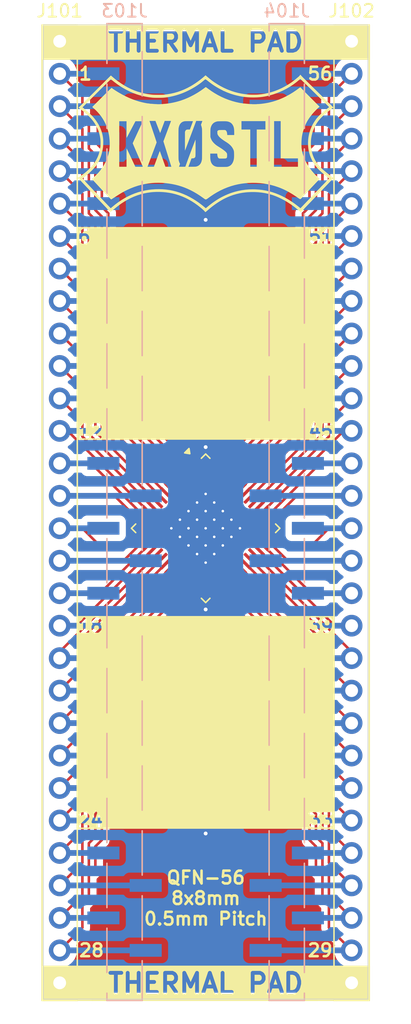
<source format=kicad_pcb>
(kicad_pcb (version 20241229) (generator "pcbnew") (generator_version "9.0")
  (layers (0 "F.Cu" signal) (2 "B.Cu" signal) (13 "F.Paste" user) (15 "B.Paste" user) (5 "F.SilkS" user "F.Silkscreen") (7 "B.SilkS" user "B.Silkscreen") (1 "F.Mask" user) (3 "B.Mask" user) (25 "Edge.Cuts" user))
  (net 0 "")
  (net 1 "/27")
  (net 2 "/10")
  (net 3 "/3")
  (net 4 "/6")
  (net 5 "/8")
  (net 6 "/1")
  (net 7 "/31")
  (net 8 "/7")
  (net 9 "/28")
  (net 10 "/2")
  (net 11 "/32")
  (net 12 "/24")
  (net 13 "/23")
  (net 14 "/19")
  (net 15 "/20")
  (net 16 "/18")
  (net 17 "/9")
  (net 18 "/14")
  (net 19 "/34")
  (net 20 "/26")
  (net 21 "/21")
  (net 22 "/16")
  (net 23 "/29")
  (net 24 "/15")
  (net 25 "/25")
  (net 26 "/30")
  (net 27 "/33")
  (net 28 "/17")
  (net 29 "/5")
  (net 30 "/4")
  (net 31 "/13")
  (net 32 "/12")
  (net 33 "/11")
  (net 34 "/22")
  (net 35 "/43")
  (net 36 "/40")
  (net 37 "/41")
  (net 38 "/48")
  (net 39 "/35")
  (net 40 "/37")
  (net 41 "/49")
  (net 42 "/45")
  (net 43 "/47")
  (net 44 "/39")
  (net 45 "/46")
  (net 46 "/44")
  (net 47 "/42")
  (net 48 "/38")
  (net 49 "/36")
  (net 50 "/57")
  (net 51 "/52")
  (net 52 "/54")
  (net 53 "/56")
  (net 54 "/55")
  (net 55 "/51")
  (net 56 "/53")
  (net 57 "/50")
  (footprint "Package_DFN_QFN:QFN-56-1EP_8x8mm_P0.5mm_EP4.3x4.3mm_ThermalVias" (layer "F.Cu") (at 138.43 121.92 -45)
    (property "Reference" "U101" (hide yes))
    (property "Value" "QFN-48")
  )
  (footprint "libraries:LogoSmall" (layer "F.Cu") (at 138.430934 91.818409)
    (property "Reference" "G***" (hide yes))
    (property "Value" "LOGO" (hide yes))
  )
  (footprint "Connector_PinHeader_2.54mm:PinHeader_1x30_P2.54mm_Vertical" (layer "F.Cu") (at 127 83.82)
    (property "Reference" "J101")
    (property "Value" "Conn_01x26")
  )
  (footprint "Connector_PinHeader_2.54mm:PinHeader_1x30_P2.54mm_Vertical" (layer "F.Cu") (at 149.86 83.82)
    (property "Reference" "J102")
    (property "Value" "Conn_01x26")
  )
  (footprint "Connector_PinHeader_2.54mm:PinHeader_1x30_P2.54mm_Vertical_SMD_Pin1Left" (layer "B.Cu") (at 132.08 120.65 180)
    (property "Reference" "J103")
    (property "Value" "Conn_01x26")
  )
  (footprint "Connector_PinHeader_2.54mm:PinHeader_1x30_P2.54mm_Vertical_SMD_Pin1Right" (layer "B.Cu") (at 144.78 120.65 180)
    (property "Reference" "J104")
    (property "Value" "Conn_01x26")
  )
  (gr_rect (start 125.615383 156.185374) (end 130.695383 158.852624) (stroke (width 0.1)) (fill yes) (layer "F.SilkS"))
  (gr_rect (start 130.369738 101.177643) (end 146.465738 114.944643) (stroke (width 0.1)) (fill yes) (layer "F.SilkS"))
  (gr_rect (start 128.409383 130.242) (end 148.475383 143.988) (stroke (width 0.1)) (fill yes) (layer "F.SilkS"))
  (gr_rect (start 130.382133 84.812138) (end 146.180883 85.218538) (stroke (width 0.1)) (fill yes) (layer "F.SilkS"))
  (gr_rect (start 146.053883 156.185374) (end 151.252383 158.852624) (stroke (width 0.1)) (fill yes) (layer "F.SilkS"))
  (gr_rect (start 129.797883 82.551288) (end 146.739633 82.779888) (stroke (width 0.1)) (fill yes) (layer "F.SilkS"))
  (gr_rect (start 130.432883 156.185374) (end 146.485633 156.413724) (stroke (width 0.1)) (fill yes) (layer "F.SilkS"))
  (gr_rect (start 129.493133 158.446224) (end 147.196883 158.852624) (stroke (width 0.1)) (fill yes) (layer "F.SilkS"))
  (gr_rect (start 129.399383 98.401288) (end 146.495383 107.088288) (stroke (width 0.1)) (fill yes) (layer "F.SilkS"))
  (gr_rect (start 130.374383 128.833) (end 146.430383 134.98) (stroke (width 0.1)) (fill yes) (layer "F.SilkS"))
  (gr_rect (start 128.409383 99.779288) (end 148.475383 113.546288) (stroke (width 0.1)) (fill yes) (layer "F.SilkS"))
  (gr_rect (start 125.615383 82.551288) (end 130.695383 85.218538) (stroke (width 0.1)) (fill yes) (layer "F.SilkS"))
  (gr_rect (start 130.420624 136.69101) (end 146.476624 145.37801) (stroke (width 0.1)) (fill yes) (layer "F.SilkS"))
  (gr_rect (start 146.066633 82.551288) (end 151.252383 85.218538) (stroke (width 0.1)) (fill yes) (layer "F.SilkS"))
  (gr_rect (start 125.73 82.55) (end 151.13 158.75) (stroke (width 0.05)) (fill no) (layer "Edge.Cuts"))
  (gr_text "39" (at 148.544598 129.544097 0) (layer "F.SilkS" knockout) (effects (font (size 1 1) (thickness 0.2) (bold yes)) (justify right)))
  (gr_text "56" (at 148.475383 86.361288 0) (layer "F.SilkS") (effects (font (size 1 1) (thickness 0.2) (bold yes)) (justify right)))
  (gr_text "29" (at 148.475383 154.94 0) (layer "F.SilkS") (effects (font (size 1 1) (thickness 0.2) (bold yes)) (justify right)))
  (gr_text "12" (at 128.332383 114.331288 0) (layer "F.SilkS" knockout) (effects (font (size 1 1) (thickness 0.2) (bold yes)) (justify left)))
  (gr_text "QFN-56\n8x8mm\n0.5mm Pitch" (at 138.442383 153.055636 0) (layer "F.SilkS") (effects (font (size 1 1) (thickness 0.2) (bold yes)) (justify bottom)))
  (gr_text "51" (at 148.552383 99.10889 0) (layer "F.SilkS" knockout) (effects (font (size 1 1) (thickness 0.2) (bold yes)) (justify right)))
  (gr_text "33" (at 148.562826 144.776461 0) (layer "F.SilkS" knockout) (effects (font (size 1 1) (thickness 0.2) (bold yes)) (justify right)))
  (gr_text "18" (at 128.322383 129.54 0) (layer "F.SilkS" knockout) (effects (font (size 1 1) (thickness 0.2) (bold yes)) (justify left)))
  (gr_text "THERMAL PAD" (at 138.433883 157.518999 0) (layer "F.SilkS" knockout) (effects (font (size 1.5 1.5) (thickness 0.3))))
  (gr_text "24" (at 128.324433 144.78 0) (layer "F.SilkS" knockout) (effects (font (size 1 1) (thickness 0.2) (bold yes)) (justify left)))
  (gr_text "THERMAL PAD" (at 138.433883 83.884913 0) (layer "F.SilkS" knockout) (effects (font (size 1.5 1.5) (thickness 0.3))))
  (gr_text "6" (at 128.312383 99.111288 0) (layer "F.SilkS" knockout) (effects (font (size 1 1) (thickness 0.2) (bold yes)) (justify left)))
  (gr_text "45" (at 148.538176 114.331288 0) (layer "F.SilkS" knockout) (effects (font (size 1 1) (thickness 0.2) (bold yes)) (justify right)))
  (gr_text "1" (at 128.409383 86.361288 0) (layer "F.SilkS") (effects (font (size 1 1) (thickness 0.2) (bold yes)) (justify left)))
  (gr_text "28" (at 128.409383 154.94 0) (layer "F.SilkS") (effects (font (size 1 1) (thickness 0.2) (bold yes)) (justify left)))
  (segment (start 132.334 131.905087) (end 132.334 134.62) (width 0.2) (layer "F.Cu") (net 1))
  (segment (start 129.794 146.05) (end 129.286 146.558) (width 0.2) (layer "F.Cu") (net 1))
  (segment (start 131.318 139.192) (end 130.81 139.7) (width 0.2) (layer "F.Cu") (net 1))
  (segment (start 130.81 141.478) (end 130.302 141.986) (width 0.2) (layer "F.Cu") (net 1))
  (segment (start 132.334 134.62) (end 131.826 135.128) (width 0.2) (layer "F.Cu") (net 1))
  (segment (start 131.318 137.414) (end 131.318 139.192) (width 0.2) (layer "F.Cu") (net 1))
  (segment (start 130.302 143.764) (end 129.794 144.272) (width 0.2) (layer "F.Cu") (net 1))
  (segment (start 131.826 136.906) (end 131.318 137.414) (width 0.2) (layer "F.Cu") (net 1))
  (segment (start 128.778 148.844) (end 128.778 150.622) (width 0.2) (layer "F.Cu") (net 1))
  (segment (start 131.826 135.128) (end 131.826 136.906) (width 0.2) (layer "F.Cu") (net 1))
  (segment (start 130.302 141.986) (end 130.302 143.764) (width 0.2) (layer "F.Cu") (net 1))
  (segment (start 130.81 139.7) (end 130.81 141.478) (width 0.2) (layer "F.Cu") (net 1))
  (segment (start 129.286 146.558) (end 129.286 148.336) (width 0.2) (layer "F.Cu") (net 1))
  (segment (start 128.778 150.622) (end 127 152.4) (width 0.2) (layer "F.Cu") (net 1))
  (segment (start 129.794 144.272) (end 129.794 146.05) (width 0.2) (layer "F.Cu") (net 1))
  (segment (start 137.448889 126.790198) (end 132.334 131.905087) (width 0.2) (layer "F.Cu") (net 1))
  (segment (start 129.286 148.336) (end 128.778 148.844) (width 0.2) (layer "F.Cu") (net 1))
  (segment (start 130.425 152.4) (end 127 152.4) (width 0.45) (layer "B.Cu") (net 1))
  (segment (start 129.286 114.543767) (end 129.286 113.284) (width 0.2) (layer "F.Cu") (net 2))
  (segment (start 128.778 110.998) (end 127 109.22) (width 0.2) (layer "F.Cu") (net 2))
  (segment (start 128.778 112.776) (end 128.778 110.998) (width 0.2) (layer "F.Cu") (net 2))
  (segment (start 134.620463 119.87823) (end 129.286 114.543767) (width 0.2) (layer "F.Cu") (net 2))
  (segment (start 129.286 113.284) (end 128.778 112.776) (width 0.2) (layer "F.Cu") (net 2))
  (segment (start 133.735 109.22) (end 127 109.22) (width 0.45) (layer "B.Cu") (net 2))
  (segment (start 130.302 100.076) (end 129.794 99.568) (width 0.2) (layer "F.Cu") (net 3))
  (segment (start 129.286 95.504) (end 128.778 94.996) (width 0.2) (layer "F.Cu") (net 3))
  (segment (start 129.794 97.79) (end 129.286 97.282) (width 0.2) (layer "F.Cu") (net 3))
  (segment (start 130.81 104.14) (end 130.81 102.362) (width 0.2) (layer "F.Cu") (net 3))
  (segment (start 128.778 93.218) (end 127 91.44) (width 0.2) (layer "F.Cu") (net 3))
  (segment (start 131.318 104.648) (end 130.81 104.14) (width 0.2) (layer "F.Cu") (net 3))
  (segment (start 132.334 109.22) (end 131.826 108.712) (width 0.2) (layer "F.Cu") (net 3))
  (segment (start 129.794 99.568) (end 129.794 97.79) (width 0.2) (layer "F.Cu") (net 3))
  (segment (start 129.286 97.282) (end 129.286 95.504) (width 0.2) (layer "F.Cu") (net 3))
  (segment (start 132.334 110.998) (end 132.334 109.22) (width 0.2) (layer "F.Cu") (net 3))
  (segment (start 131.826 108.712) (end 131.826 106.934) (width 0.2) (layer "F.Cu") (net 3))
  (segment (start 130.302 101.854) (end 130.302 100.076) (width 0.2) (layer "F.Cu") (net 3))
  (segment (start 130.81 102.362) (end 130.302 101.854) (width 0.2) (layer "F.Cu") (net 3))
  (segment (start 128.778 94.996) (end 128.778 93.218) (width 0.2) (layer "F.Cu") (net 3))
  (segment (start 131.318 106.426) (end 131.318 104.648) (width 0.2) (layer "F.Cu") (net 3))
  (segment (start 132.842 111.506) (end 132.334 110.998) (width 0.2) (layer "F.Cu") (net 3))
  (segment (start 137.095336 117.403355) (end 132.842 113.150019) (width 0.2) (layer "F.Cu") (net 3))
  (segment (start 131.826 106.934) (end 131.318 106.426) (width 0.2) (layer "F.Cu") (net 3))
  (segment (start 132.842 113.150019) (end 132.842 111.506) (width 0.2) (layer "F.Cu") (net 3))
  (segment (start 127 91.44) (end 130.425 91.44) (width 0.45) (layer "B.Cu") (net 3))
  (segment (start 131.318 113.74734) (end 131.318 112.268) (width 0.2) (layer "F.Cu") (net 4))
  (segment (start 129.794 107.188) (end 129.794 105.41) (width 0.2) (layer "F.Cu") (net 4))
  (segment (start 129.286 103.124) (end 128.778 102.616) (width 0.2) (layer "F.Cu") (net 4))
  (segment (start 130.81 111.76) (end 130.81 109.982) (width 0.2) (layer "F.Cu") (net 4))
  (segment (start 128.778 100.838) (end 127 99.06) (width 0.2) (layer "F.Cu") (net 4))
  (segment (start 130.302 107.696) (end 129.794 107.188) (width 0.2) (layer "F.Cu") (net 4))
  (segment (start 129.794 105.41) (end 129.286 104.902) (width 0.2) (layer "F.Cu") (net 4))
  (segment (start 136.034676 118.464016) (end 131.318 113.74734) (width 0.2) (layer "F.Cu") (net 4))
  (segment (start 130.81 109.982) (end 130.302 109.474) (width 0.2) (layer "F.Cu") (net 4))
  (segment (start 131.318 112.268) (end 130.81 111.76) (width 0.2) (layer "F.Cu") (net 4))
  (segment (start 130.302 109.474) (end 130.302 107.696) (width 0.2) (layer "F.Cu") (net 4))
  (segment (start 128.778 102.616) (end 128.778 100.838) (width 0.2) (layer "F.Cu") (net 4))
  (segment (start 129.286 104.902) (end 129.286 103.124) (width 0.2) (layer "F.Cu") (net 4))
  (segment (start 133.735 99.06) (end 127 99.06) (width 0.45) (layer "B.Cu") (net 4))
  (segment (start 135.327569 119.171122) (end 130.302 114.145553) (width 0.2) (layer "F.Cu") (net 5))
  (segment (start 128.778 107.696) (end 128.778 105.918) (width 0.2) (layer "F.Cu") (net 5))
  (segment (start 128.778 105.918) (end 127 104.14) (width 0.2) (layer "F.Cu") (net 5))
  (segment (start 130.302 114.145553) (end 130.302 112.776) (width 0.2) (layer "F.Cu") (net 5))
  (segment (start 129.286 109.982) (end 129.286 108.204) (width 0.2) (layer "F.Cu") (net 5))
  (segment (start 129.794 110.49) (end 129.286 109.982) (width 0.2) (layer "F.Cu") (net 5))
  (segment (start 130.302 112.776) (end 129.794 112.268) (width 0.2) (layer "F.Cu") (net 5))
  (segment (start 129.286 108.204) (end 128.778 107.696) (width 0.2) (layer "F.Cu") (net 5))
  (segment (start 129.794 112.268) (end 129.794 110.49) (width 0.2) (layer "F.Cu") (net 5))
  (segment (start 133.735 104.14) (end 127 104.14) (width 0.45) (layer "B.Cu") (net 5))
  (segment (start 130.81 99.06) (end 130.81 97.282) (width 0.2) (layer "F.Cu") (net 6))
  (segment (start 128.778 89.916) (end 128.778 88.138) (width 0.2) (layer "F.Cu") (net 6))
  (segment (start 130.81 97.282) (end 130.302 96.774) (width 0.2) (layer "F.Cu") (net 6))
  (segment (start 133.858 112.751806) (end 133.858 110.998) (width 0.2) (layer "F.Cu") (net 6))
  (segment (start 130.302 96.774) (end 130.302 94.996) (width 0.2) (layer "F.Cu") (net 6))
  (segment (start 133.35 110.49) (end 133.35 108.712) (width 0.2) (layer "F.Cu") (net 6))
  (segment (start 128.778 88.138) (end 127 86.36) (width 0.2) (layer "F.Cu") (net 6))
  (segment (start 130.302 94.996) (end 129.794 94.488) (width 0.2) (layer "F.Cu") (net 6))
  (segment (start 129.794 92.71) (end 129.286 92.202) (width 0.2) (layer "F.Cu") (net 6))
  (segment (start 129.286 92.202) (end 129.286 90.424) (width 0.2) (layer "F.Cu") (net 6))
  (segment (start 129.794 94.488) (end 129.794 92.71) (width 0.2) (layer "F.Cu") (net 6))
  (segment (start 131.826 101.854) (end 131.318 101.346) (width 0.2) (layer "F.Cu") (net 6))
  (segment (start 137.802443 116.696249) (end 133.858 112.751806) (width 0.2) (layer "F.Cu") (net 6))
  (segment (start 133.35 108.712) (end 132.842 108.204) (width 0.2) (layer "F.Cu") (net 6))
  (segment (start 131.318 101.346) (end 131.318 99.568) (width 0.2) (layer "F.Cu") (net 6))
  (segment (start 132.334 105.918) (end 132.334 104.14) (width 0.2) (layer "F.Cu") (net 6))
  (segment (start 132.842 106.426) (end 132.334 105.918) (width 0.2) (layer "F.Cu") (net 6))
  (segment (start 131.826 103.632) (end 131.826 101.854) (width 0.2) (layer "F.Cu") (net 6))
  (segment (start 129.286 90.424) (end 128.778 89.916) (width 0.2) (layer "F.Cu") (net 6))
  (segment (start 133.858 110.998) (end 133.35 110.49) (width 0.2) (layer "F.Cu") (net 6))
  (segment (start 132.842 108.204) (end 132.842 106.426) (width 0.2) (layer "F.Cu") (net 6))
  (segment (start 131.318 99.568) (end 130.81 99.06) (width 0.2) (layer "F.Cu") (net 6))
  (segment (start 132.334 104.14) (end 131.826 103.632) (width 0.2) (layer "F.Cu") (net 6))
  (segment (start 127 86.36) (end 130.425 86.36) (width 0.45) (layer "B.Cu") (net 6))
  (segment (start 146.05 137.16) (end 146.05 138.938) (width 0.2) (layer "F.Cu") (net 7))
  (segment (start 145.034 134.366) (end 145.542 134.874) (width 0.2) (layer "F.Cu") (net 7))
  (segment (start 139.764664 126.436645) (end 145.034 131.705981) (width 0.2) (layer "F.Cu") (net 7))
  (segment (start 146.558 141.224) (end 147.066 141.732) (width 0.2) (layer "F.Cu") (net 7))
  (segment (start 148.082 148.082) (end 149.86 149.86) (width 0.2) (layer "F.Cu") (net 7))
  (segment (start 147.066 141.732) (end 147.066 143.51) (width 0.2) (layer "F.Cu") (net 7))
  (segment (start 146.05 138.938) (end 146.558 139.446) (width 0.2) (layer "F.Cu") (net 7))
  (segment (start 145.542 136.652) (end 146.05 137.16) (width 0.2) (layer "F.Cu") (net 7))
  (segment (start 147.574 144.018) (end 147.574 145.796) (width 0.2) (layer "F.Cu") (net 7))
  (segment (start 145.542 134.874) (end 145.542 136.652) (width 0.2) (layer "F.Cu") (net 7))
  (segment (start 147.066 143.51) (end 147.574 144.018) (width 0.2) (layer "F.Cu") (net 7))
  (segment (start 148.082 146.304) (end 148.082 148.082) (width 0.2) (layer "F.Cu") (net 7))
  (segment (start 145.034 131.705981) (end 145.034 134.366) (width 0.2) (layer "F.Cu") (net 7))
  (segment (start 147.574 145.796) (end 148.082 146.304) (width 0.2) (layer "F.Cu") (net 7))
  (segment (start 146.558 139.446) (end 146.558 141.224) (width 0.2) (layer "F.Cu") (net 7))
  (segment (start 143.125 149.86) (end 149.86 149.86) (width 0.45) (layer "B.Cu") (net 7))
  (segment (start 129.794 107.95) (end 129.286 107.442) (width 0.2) (layer "F.Cu") (net 8))
  (segment (start 130.81 112.522) (end 130.302 112.014) (width 0.2) (layer "F.Cu") (net 8))
  (segment (start 130.302 110.236) (end 129.794 109.728) (width 0.2) (layer "F.Cu") (net 8))
  (segment (start 130.302 112.014) (end 130.302 110.236) (width 0.2) (layer "F.Cu") (net 8))
  (segment (start 135.681122 118.817569) (end 130.81 113.946447) (width 0.2) (layer "F.Cu") (net 8))
  (segment (start 129.286 105.664) (end 128.778 105.156) (width 0.2) (layer "F.Cu") (net 8))
  (segment (start 128.778 103.378) (end 127 101.6) (width 0.2) (layer "F.Cu") (net 8))
  (segment (start 129.286 107.442) (end 129.286 105.664) (width 0.2) (layer "F.Cu") (net 8))
  (segment (start 129.794 109.728) (end 129.794 107.95) (width 0.2) (layer "F.Cu") (net 8))
  (segment (start 128.778 105.156) (end 128.778 103.378) (width 0.2) (layer "F.Cu") (net 8))
  (segment (start 130.81 113.946447) (end 130.81 112.522) (width 0.2) (layer "F.Cu") (net 8))
  (segment (start 127 101.6) (end 130.425 101.6) (width 0.45) (layer "B.Cu") (net 8))
  (segment (start 130.81 142.24) (end 130.81 144.018) (width 0.2) (layer "F.Cu") (net 9))
  (segment (start 129.794 148.59) (end 129.286 149.098) (width 0.2) (layer "F.Cu") (net 9))
  (segment (start 132.842 132.104194) (end 132.842 134.874) (width 0.2) (layer "F.Cu") (net 9))
  (segment (start 130.302 146.304) (end 129.794 146.812) (width 0.2) (layer "F.Cu") (net 9))
  (segment (start 130.81 144.018) (end 130.302 144.526) (width 0.2) (layer "F.Cu") (net 9))
  (segment (start 131.318 139.954) (end 131.318 141.732) (width 0.2) (layer "F.Cu") (net 9))
  (segment (start 131.826 139.446) (end 131.318 139.954) (width 0.2) (layer "F.Cu") (net 9))
  (segment (start 128.778 151.384) (end 128.778 153.162) (width 0.2) (layer "F.Cu") (net 9))
  (segment (start 128.778 153.162) (end 127 154.94) (width 0.2) (layer "F.Cu") (net 9))
  (segment (start 132.334 135.382) (end 132.334 137.16) (width 0.2) (layer "F.Cu") (net 9))
  (segment (start 130.302 144.526) (end 130.302 146.304) (width 0.2) (layer "F.Cu") (net 9))
  (segment (start 129.794 146.812) (end 129.794 148.59) (width 0.2) (layer "F.Cu") (net 9))
  (segment (start 137.802443 127.143751) (end 132.842 132.104194) (width 0.2) (layer "F.Cu") (net 9))
  (segment (start 132.842 134.874) (end 132.334 135.382) (width 0.2) (layer "F.Cu") (net 9))
  (segment (start 129.286 149.098) (end 129.286 150.876) (width 0.2) (layer "F.Cu") (net 9))
  (segment (start 131.826 137.668) (end 131.826 139.446) (width 0.2) (layer "F.Cu") (net 9))
  (segment (start 132.334 137.16) (end 131.826 137.668) (width 0.2) (layer "F.Cu") (net 9))
  (segment (start 129.286 150.876) (end 128.778 151.384) (width 0.2) (layer "F.Cu") (net 9))
  (segment (start 131.318 141.732) (end 130.81 142.24) (width 0.2) (layer "F.Cu") (net 9))
  (segment (start 127 154.94) (end 133.735 154.94) (width 0.45) (layer "B.Cu") (net 9))
  (segment (start 131.826 104.394) (end 131.318 103.886) (width 0.2) (layer "F.Cu") (net 10))
  (segment (start 131.318 103.886) (end 131.318 102.108) (width 0.2) (layer "F.Cu") (net 10))
  (segment (start 129.794 97.028) (end 129.794 95.25) (width 0.2) (layer "F.Cu") (net 10))
  (segment (start 132.842 110.744) (end 132.842 108.966) (width 0.2) (layer "F.Cu") (net 10))
  (segment (start 130.302 97.536) (end 129.794 97.028) (width 0.2) (layer "F.Cu") (net 10))
  (segment (start 130.81 101.6) (end 130.81 99.822) (width 0.2) (layer "F.Cu") (net 10))
  (segment (start 128.778 90.678) (end 127 88.9) (width 0.2) (layer "F.Cu") (net 10))
  (segment (start 137.448889 117.049802) (end 133.35 112.950913) (width 0.2) (layer "F.Cu") (net 10))
  (segment (start 129.794 95.25) (end 129.286 94.742) (width 0.2) (layer "F.Cu") (net 10))
  (segment (start 133.35 112.950913) (end 133.35 111.252) (width 0.2) (layer "F.Cu") (net 10))
  (segment (start 131.826 106.172) (end 131.826 104.394) (width 0.2) (layer "F.Cu") (net 10))
  (segment (start 131.318 102.108) (end 130.81 101.6) (width 0.2) (layer "F.Cu") (net 10))
  (segment (start 130.81 99.822) (end 130.302 99.314) (width 0.2) (layer "F.Cu") (net 10))
  (segment (start 132.842 108.966) (end 132.334 108.458) (width 0.2) (layer "F.Cu") (net 10))
  (segment (start 130.302 99.314) (end 130.302 97.536) (width 0.2) (layer "F.Cu") (net 10))
  (segment (start 133.35 111.252) (end 132.842 110.744) (width 0.2) (layer "F.Cu") (net 10))
  (segment (start 132.334 106.68) (end 131.826 106.172) (width 0.2) (layer "F.Cu") (net 10))
  (segment (start 132.334 108.458) (end 132.334 106.68) (width 0.2) (layer "F.Cu") (net 10))
  (segment (start 128.778 92.456) (end 128.778 90.678) (width 0.2) (layer "F.Cu") (net 10))
  (segment (start 129.286 92.964) (end 128.778 92.456) (width 0.2) (layer "F.Cu") (net 10))
  (segment (start 129.286 94.742) (end 129.286 92.964) (width 0.2) (layer "F.Cu") (net 10))
  (segment (start 133.735 88.9) (end 127 88.9) (width 0.45) (layer "B.Cu") (net 10))
  (segment (start 147.066 140.97) (end 147.574 141.478) (width 0.2) (layer "F.Cu") (net 11))
  (segment (start 147.574 141.478) (end 147.574 143.256) (width 0.2) (layer "F.Cu") (net 11))
  (segment (start 148.082 145.542) (end 149.86 147.32) (width 0.2) (layer "F.Cu") (net 11))
  (segment (start 148.082 143.764) (end 148.082 145.542) (width 0.2) (layer "F.Cu") (net 11))
  (segment (start 146.558 138.684) (end 147.066 139.192) (width 0.2) (layer "F.Cu") (net 11))
  (segment (start 146.05 136.398) (end 146.558 136.906) (width 0.2) (layer "F.Cu") (net 11))
  (segment (start 147.066 139.192) (end 147.066 140.97) (width 0.2) (layer "F.Cu") (net 11))
  (segment (start 145.542 131.506874) (end 145.542 134.112) (width 0.2) (layer "F.Cu") (net 11))
  (segment (start 147.574 143.256) (end 148.082 143.764) (width 0.2) (layer "F.Cu") (net 11))
  (segment (start 146.05 134.62) (end 146.05 136.398) (width 0.2) (layer "F.Cu") (net 11))
  (segment (start 146.558 136.906) (end 146.558 138.684) (width 0.2) (layer "F.Cu") (net 11))
  (segment (start 145.542 134.112) (end 146.05 134.62) (width 0.2) (layer "F.Cu") (net 11))
  (segment (start 140.118217 126.083091) (end 145.542 131.506874) (width 0.2) (layer "F.Cu") (net 11))
  (segment (start 149.86 147.32) (end 146.435 147.32) (width 0.45) (layer "B.Cu") (net 11))
  (segment (start 130.302 134.366) (end 130.302 136.144) (width 0.2) (layer "F.Cu") (net 12))
  (segment (start 128.778 143.002) (end 127 144.78) (width 0.2) (layer "F.Cu") (net 12))
  (segment (start 129.286 140.716) (end 128.778 141.224) (width 0.2) (layer "F.Cu") (net 12))
  (segment (start 136.38823 125.729537) (end 130.81 131.307767) (width 0.2) (layer "F.Cu") (net 12))
  (segment (start 129.794 136.652) (end 129.794 138.43) (width 0.2) (layer "F.Cu") (net 12))
  (segment (start 129.286 138.938) (end 129.286 140.716) (width 0.2) (layer "F.Cu") (net 12))
  (segment (start 130.302 136.144) (end 129.794 136.652) (width 0.2) (layer "F.Cu") (net 12))
  (segment (start 129.794 138.43) (end 129.286 138.938) (width 0.2) (layer "F.Cu") (net 12))
  (segment (start 130.81 131.307767) (end 130.81 133.858) (width 0.2) (layer "F.Cu") (net 12))
  (segment (start 130.81 133.858) (end 130.302 134.366) (width 0.2) (layer "F.Cu") (net 12))
  (segment (start 128.778 141.224) (end 128.778 143.002) (width 0.2) (layer "F.Cu") (net 12))
  (segment (start 133.735 144.78) (end 127 144.78) (width 0.45) (layer "B.Cu") (net 12))
  (segment (start 128.778 138.684) (end 128.778 140.462) (width 0.2) (layer "F.Cu") (net 13))
  (segment (start 130.302 131.10866) (end 130.302 133.604) (width 0.2) (layer "F.Cu") (net 13))
  (segment (start 129.794 134.112) (end 129.794 135.89) (width 0.2) (layer "F.Cu") (net 13))
  (segment (start 130.302 133.604) (end 129.794 134.112) (width 0.2) (layer "F.Cu") (net 13))
  (segment (start 128.778 140.462) (end 127 142.24) (width 0.2) (layer "F.Cu") (net 13))
  (segment (start 136.034676 125.375984) (end 130.302 131.10866) (width 0.2) (layer "F.Cu") (net 13))
  (segment (start 129.794 135.89) (end 129.286 136.398) (width 0.2) (layer "F.Cu") (net 13))
  (segment (start 129.286 138.176) (end 128.778 138.684) (width 0.2) (layer "F.Cu") (net 13))
  (segment (start 129.286 136.398) (end 129.286 138.176) (width 0.2) (layer "F.Cu") (net 13))
  (segment (start 127 142.24) (end 130.425 142.24) (width 0.45) (layer "B.Cu") (net 13))
  (segment (start 127 131.582233) (end 127 132.08) (width 0.2) (layer "F.Cu") (net 14))
  (segment (start 134.620463 123.96177) (end 127 131.582233) (width 0.2) (layer "F.Cu") (net 14))
  (segment (start 127 132.08) (end 130.425 132.08) (width 0.45) (layer "B.Cu") (net 14))
  (segment (start 134.974016 124.315324) (end 128.778 130.51134) (width 0.2) (layer "F.Cu") (net 15))
  (segment (start 128.778 132.842) (end 127 134.62) (width 0.2) (layer "F.Cu") (net 15))
  (segment (start 128.778 130.51134) (end 128.778 132.842) (width 0.2) (layer "F.Cu") (net 15))
  (segment (start 133.735 134.62) (end 127 134.62) (width 0.45) (layer "B.Cu") (net 15))
  (segment (start 128.335126 129.54) (end 127 129.54) (width 0.2) (layer "F.Cu") (net 16))
  (segment (start 134.266909 123.608217) (end 128.335126 129.54) (width 0.2) (layer "F.Cu") (net 16))
  (segment (start 133.735 129.54) (end 127 129.54) (width 0.45) (layer "B.Cu") (net 16))
  (segment (start 134.974016 119.524676) (end 129.794 114.34466) (width 0.2) (layer "F.Cu") (net 17))
  (segment (start 128.778 108.458) (end 127 106.68) (width 0.2) (layer "F.Cu") (net 17))
  (segment (start 129.794 114.34466) (end 129.794 113.03) (width 0.2) (layer "F.Cu") (net 17))
  (segment (start 129.286 112.522) (end 129.286 110.744) (width 0.2) (layer "F.Cu") (net 17))
  (segment (start 128.778 110.236) (end 128.778 108.458) (width 0.2) (layer "F.Cu") (net 17))
  (segment (start 129.794 113.03) (end 129.286 112.522) (width 0.2) (layer "F.Cu") (net 17))
  (segment (start 129.286 110.744) (end 128.778 110.236) (width 0.2) (layer "F.Cu") (net 17))
  (segment (start 127 106.68) (end 130.425 106.68) (width 0.45) (layer "B.Cu") (net 17))
  (segment (start 131.293806 119.38) (end 127 119.38) (width 0.2) (layer "F.Cu") (net 18))
  (segment (start 133.206249 121.292443) (end 131.293806 119.38) (width 0.2) (layer "F.Cu") (net 18))
  (segment (start 133.735 119.38) (end 127 119.38) (width 0.45) (layer "B.Cu") (net 18))
  (segment (start 146.558 131.10866) (end 146.558 133.604) (width 0.2) (layer "F.Cu") (net 19))
  (segment (start 147.574 136.398) (end 147.574 138.176) (width 0.2) (layer "F.Cu") (net 19))
  (segment (start 146.558 133.604) (end 147.066 134.112) (width 0.2) (layer "F.Cu") (net 19))
  (segment (start 147.066 135.89) (end 147.574 136.398) (width 0.2) (layer "F.Cu") (net 19))
  (segment (start 147.574 138.176) (end 148.082 138.684) (width 0.2) (layer "F.Cu") (net 19))
  (segment (start 140.825324 125.375984) (end 146.558 131.10866) (width 0.2) (layer "F.Cu") (net 19))
  (segment (start 148.082 138.684) (end 148.082 140.462) (width 0.2) (layer "F.Cu") (net 19))
  (segment (start 147.066 134.112) (end 147.066 135.89) (width 0.2) (layer "F.Cu") (net 19))
  (segment (start 148.082 140.462) (end 149.86 142.24) (width 0.2) (layer "F.Cu") (net 19))
  (segment (start 149.86 142.24) (end 146.435 142.24) (width 0.45) (layer "B.Cu") (net 19))
  (segment (start 131.318 136.652) (end 130.81 137.16) (width 0.2) (layer "F.Cu") (net 20))
  (segment (start 130.302 141.224) (end 129.794 141.732) (width 0.2) (layer "F.Cu") (net 20))
  (segment (start 129.286 144.018) (end 129.286 145.796) (width 0.2) (layer "F.Cu") (net 20))
  (segment (start 130.302 139.446) (end 130.302 141.224) (width 0.2) (layer "F.Cu") (net 20))
  (segment (start 129.794 141.732) (end 129.794 143.51) (width 0.2) (layer "F.Cu") (net 20))
  (segment (start 131.826 134.366) (end 131.318 134.874) (width 0.2) (layer "F.Cu") (net 20))
  (segment (start 129.286 145.796) (end 128.778 146.304) (width 0.2) (layer "F.Cu") (net 20))
  (segment (start 128.778 146.304) (end 128.778 148.082) (width 0.2) (layer "F.Cu") (net 20))
  (segment (start 128.778 148.082) (end 127 149.86) (width 0.2) (layer "F.Cu") (net 20))
  (segment (start 129.794 143.51) (end 129.286 144.018) (width 0.2) (layer "F.Cu") (net 20))
  (segment (start 130.81 138.938) (end 130.302 139.446) (width 0.2) (layer "F.Cu") (net 20))
  (segment (start 130.81 137.16) (end 130.81 138.938) (width 0.2) (layer "F.Cu") (net 20))
  (segment (start 131.826 131.705981) (end 131.826 134.366) (width 0.2) (layer "F.Cu") (net 20))
  (segment (start 137.095336 126.436645) (end 131.826 131.705981) (width 0.2) (layer "F.Cu") (net 20))
  (segment (start 131.318 134.874) (end 131.318 136.652) (width 0.2) (layer "F.Cu") (net 20))
  (segment (start 127 149.86) (end 133.735 149.86) (width 0.45) (layer "B.Cu") (net 20))
  (segment (start 129.286 130.710447) (end 129.286 133.096) (width 0.2) (layer "F.Cu") (net 21))
  (segment (start 129.286 133.096) (end 128.778 133.604) (width 0.2) (layer "F.Cu") (net 21))
  (segment (start 128.778 135.382) (end 127 137.16) (width 0.2) (layer "F.Cu") (net 21))
  (segment (start 128.778 133.604) (end 128.778 135.382) (width 0.2) (layer "F.Cu") (net 21))
  (segment (start 135.327569 124.668878) (end 129.286 130.710447) (width 0.2) (layer "F.Cu") (net 21))
  (segment (start 127 137.16) (end 130.425 137.16) (width 0.45) (layer "B.Cu") (net 21))
  (segment (start 132.000913 124.46) (end 127 124.46) (width 0.2) (layer "F.Cu") (net 22))
  (segment (start 133.559802 122.901111) (end 132.000913 124.46) (width 0.2) (layer "F.Cu") (net 22))
  (segment (start 133.735 124.46) (end 127 124.46) (width 0.45) (layer "B.Cu") (net 22))
  (segment (start 146.05 142.24) (end 146.05 144.018) (width 0.2) (layer "F.Cu") (net 23))
  (segment (start 144.526 135.382) (end 144.526 137.16) (width 0.2) (layer "F.Cu") (net 23))
  (segment (start 147.066 146.812) (end 147.066 148.59) (width 0.2) (layer "F.Cu") (net 23))
  (segment (start 147.574 150.876) (end 148.082 151.384) (width 0.2) (layer "F.Cu") (net 23))
  (segment (start 139.057557 127.143751) (end 144.018 132.104194) (width 0.2) (layer "F.Cu") (net 23))
  (segment (start 145.542 141.732) (end 146.05 142.24) (width 0.2) (layer "F.Cu") (net 23))
  (segment (start 147.574 149.098) (end 147.574 150.876) (width 0.2) (layer "F.Cu") (net 23))
  (segment (start 144.018 134.874) (end 144.526 135.382) (width 0.2) (layer "F.Cu") (net 23))
  (segment (start 148.082 153.162) (end 149.86 154.94) (width 0.2) (layer "F.Cu") (net 23))
  (segment (start 145.542 139.954) (end 145.542 141.732) (width 0.2) (layer "F.Cu") (net 23))
  (segment (start 144.526 137.16) (end 145.034 137.668) (width 0.2) (layer "F.Cu") (net 23))
  (segment (start 145.034 139.446) (end 145.542 139.954) (width 0.2) (layer "F.Cu") (net 23))
  (segment (start 144.018 132.104194) (end 144.018 134.874) (width 0.2) (layer "F.Cu") (net 23))
  (segment (start 146.558 144.526) (end 146.558 146.304) (width 0.2) (layer "F.Cu") (net 23))
  (segment (start 146.558 146.304) (end 147.066 146.812) (width 0.2) (layer "F.Cu") (net 23))
  (segment (start 148.082 151.384) (end 148.082 153.162) (width 0.2) (layer "F.Cu") (net 23))
  (segment (start 146.05 144.018) (end 146.558 144.526) (width 0.2) (layer "F.Cu") (net 23))
  (segment (start 147.066 148.59) (end 147.574 149.098) (width 0.2) (layer "F.Cu") (net 23))
  (segment (start 145.034 137.668) (end 145.034 139.446) (width 0.2) (layer "F.Cu") (net 23))
  (segment (start 143.125 154.94) (end 149.86 154.94) (width 0.45) (layer "B.Cu") (net 23))
  (segment (start 132.690806 123.063) (end 129.921 123.063) (width 0.2) (layer "F.Cu") (net 24))
  (segment (start 133.206249 122.547557) (end 132.690806 123.063) (width 0.2) (layer "F.Cu") (net 24))
  (segment (start 129.921 123.063) (end 128.778 121.92) (width 0.2) (layer "F.Cu") (net 24))
  (segment (start 128.778 121.92) (end 127 121.92) (width 0.2) (layer "F.Cu") (net 24))
  (segment (start 127 121.92) (end 130.425 121.92) (width 0.45) (layer "B.Cu") (net 24))
  (segment (start 130.302 138.684) (end 129.794 139.192) (width 0.2) (layer "F.Cu") (net 25))
  (segment (start 131.318 131.506874) (end 131.318 134.112) (width 0.2) (layer "F.Cu") (net 25))
  (segment (start 130.302 136.906) (end 130.302 138.684) (width 0.2) (layer "F.Cu") (net 25))
  (segment (start 128.778 145.542) (end 127 147.32) (width 0.2) (layer "F.Cu") (net 25))
  (segment (start 136.741783 126.083091) (end 131.318 131.506874) (width 0.2) (layer "F.Cu") (net 25))
  (segment (start 128.778 143.764) (end 128.778 145.542) (width 0.2) (layer "F.Cu") (net 25))
  (segment (start 131.318 134.112) (end 130.81 134.62) (width 0.2) (layer "F.Cu") (net 25))
  (segment (start 129.794 140.97) (end 129.286 141.478) (width 0.2) (layer "F.Cu") (net 25))
  (segment (start 129.286 141.478) (end 129.286 143.256) (width 0.2) (layer "F.Cu") (net 25))
  (segment (start 129.286 143.256) (end 128.778 143.764) (width 0.2) (layer "F.Cu") (net 25))
  (segment (start 129.794 139.192) (end 129.794 140.97) (width 0.2) (layer "F.Cu") (net 25))
  (segment (start 130.81 134.62) (end 130.81 136.398) (width 0.2) (layer "F.Cu") (net 25))
  (segment (start 130.81 136.398) (end 130.302 136.906) (width 0.2) (layer "F.Cu") (net 25))
  (segment (start 130.425 147.32) (end 127 147.32) (width 0.45) (layer "B.Cu") (net 25))
  (segment (start 146.05 139.7) (end 146.05 141.478) (width 0.2) (layer "F.Cu") (net 26))
  (segment (start 145.542 137.414) (end 145.542 139.192) (width 0.2) (layer "F.Cu") (net 26))
  (segment (start 148.082 148.844) (end 148.082 150.622) (width 0.2) (layer "F.Cu") (net 26))
  (segment (start 146.558 141.986) (end 146.558 143.764) (width 0.2) (layer "F.Cu") (net 26))
  (segment (start 144.526 131.905087) (end 144.526 134.62) (width 0.2) (layer "F.Cu") (net 26))
  (segment (start 147.574 146.558) (end 147.574 148.336) (width 0.2) (layer "F.Cu") (net 26))
  (segment (start 145.034 136.906) (end 145.542 137.414) (width 0.2) (layer "F.Cu") (net 26))
  (segment (start 147.574 148.336) (end 148.082 148.844) (width 0.2) (layer "F.Cu") (net 26))
  (segment (start 147.066 144.272) (end 147.066 146.05) (width 0.2) (layer "F.Cu") (net 26))
  (segment (start 139.411111 126.790198) (end 144.526 131.905087) (width 0.2) (layer "F.Cu") (net 26))
  (segment (start 145.542 139.192) (end 146.05 139.7) (width 0.2) (layer "F.Cu") (net 26))
  (segment (start 148.082 150.622) (end 149.86 152.4) (width 0.2) (layer "F.Cu") (net 26))
  (segment (start 144.526 134.62) (end 145.034 135.128) (width 0.2) (layer "F.Cu") (net 26))
  (segment (start 146.05 141.478) (end 146.558 141.986) (width 0.2) (layer "F.Cu") (net 26))
  (segment (start 145.034 135.128) (end 145.034 136.906) (width 0.2) (layer "F.Cu") (net 26))
  (segment (start 146.558 143.764) (end 147.066 144.272) (width 0.2) (layer "F.Cu") (net 26))
  (segment (start 147.066 146.05) (end 147.574 146.558) (width 0.2) (layer "F.Cu") (net 26))
  (segment (start 146.435 152.4) (end 149.86 152.4) (width 0.45) (layer "B.Cu") (net 26))
  (segment (start 146.558 134.366) (end 146.558 136.144) (width 0.2) (layer "F.Cu") (net 27))
  (segment (start 147.066 138.43) (end 147.574 138.938) (width 0.2) (layer "F.Cu") (net 27))
  (segment (start 148.082 143.002) (end 149.86 144.78) (width 0.2) (layer "F.Cu") (net 27))
  (segment (start 147.574 140.716) (end 148.082 141.224) (width 0.2) (layer "F.Cu") (net 27))
  (segment (start 146.558 136.144) (end 147.066 136.652) (width 0.2) (layer "F.Cu") (net 27))
  (segment (start 147.574 138.938) (end 147.574 140.716) (width 0.2) (layer "F.Cu") (net 27))
  (segment (start 147.066 136.652) (end 147.066 138.43) (width 0.2) (layer "F.Cu") (net 27))
  (segment (start 146.05 133.858) (end 146.558 134.366) (width 0.2) (layer "F.Cu") (net 27))
  (segment (start 148.082 141.224) (end 148.082 143.002) (width 0.2) (layer "F.Cu") (net 27))
  (segment (start 140.47177 125.729537) (end 146.05 131.307767) (width 0.2) (layer "F.Cu") (net 27))
  (segment (start 146.05 131.307767) (end 146.05 133.858) (width 0.2) (layer "F.Cu") (net 27))
  (segment (start 143.125 144.78) (end 149.86 144.78) (width 0.45) (layer "B.Cu") (net 27))
  (segment (start 133.913355 123.254664) (end 130.168019 127) (width 0.2) (layer "F.Cu") (net 28))
  (segment (start 130.168019 127) (end 127 127) (width 0.2) (layer "F.Cu") (net 28))
  (segment (start 127 127) (end 130.425 127) (width 0.45) (layer "B.Cu") (net 28))
  (segment (start 128.778 100.076) (end 128.778 98.298) (width 0.2) (layer "F.Cu") (net 29))
  (segment (start 131.826 112.014) (end 131.318 111.506) (width 0.2) (layer "F.Cu") (net 29))
  (segment (start 128.778 98.298) (end 127 96.52) (width 0.2) (layer "F.Cu") (net 29))
  (segment (start 131.318 111.506) (end 131.318 109.728) (width 0.2) (layer "F.Cu") (net 29))
  (segment (start 131.318 109.728) (end 130.81 109.22) (width 0.2) (layer "F.Cu") (net 29))
  (segment (start 130.81 107.442) (end 130.302 106.934) (width 0.2) (layer "F.Cu") (net 29))
  (segment (start 130.81 109.22) (end 130.81 107.442) (width 0.2) (layer "F.Cu") (net 29))
  (segment (start 131.826 113.548233) (end 131.826 112.014) (width 0.2) (layer "F.Cu") (net 29))
  (segment (start 129.286 102.362) (end 129.286 100.584) (width 0.2) (layer "F.Cu") (net 29))
  (segment (start 129.286 100.584) (end 128.778 100.076) (width 0.2) (layer "F.Cu") (net 29))
  (segment (start 136.38823 118.110463) (end 131.826 113.548233) (width 0.2) (layer "F.Cu") (net 29))
  (segment (start 130.302 106.934) (end 130.302 105.156) (width 0.2) (layer "F.Cu") (net 29))
  (segment (start 129.794 104.648) (end 129.794 102.87) (width 0.2) (layer "F.Cu") (net 29))
  (segment (start 129.794 102.87) (end 129.286 102.362) (width 0.2) (layer "F.Cu") (net 29))
  (segment (start 130.302 105.156) (end 129.794 104.648) (width 0.2) (layer "F.Cu") (net 29))
  (segment (start 127 96.52) (end 130.425 96.52) (width 0.45) (layer "B.Cu") (net 29))
  (segment (start 131.318 108.966) (end 131.318 107.188) (width 0.2) (layer "F.Cu") (net 30))
  (segment (start 131.826 109.474) (end 131.318 108.966) (width 0.2) (layer "F.Cu") (net 30))
  (segment (start 129.794 100.33) (end 129.286 99.822) (width 0.2) (layer "F.Cu") (net 30))
  (segment (start 129.794 102.108) (end 129.794 100.33) (width 0.2) (layer "F.Cu") (net 30))
  (segment (start 131.318 107.188) (end 130.81 106.68) (width 0.2) (layer "F.Cu") (net 30))
  (segment (start 130.81 106.68) (end 130.81 104.902) (width 0.2) (layer "F.Cu") (net 30))
  (segment (start 129.286 98.044) (end 128.778 97.536) (width 0.2) (layer "F.Cu") (net 30))
  (segment (start 131.826 111.252) (end 131.826 109.474) (width 0.2) (layer "F.Cu") (net 30))
  (segment (start 128.778 97.536) (end 128.778 95.758) (width 0.2) (layer "F.Cu") (net 30))
  (segment (start 130.302 102.616) (end 129.794 102.108) (width 0.2) (layer "F.Cu") (net 30))
  (segment (start 132.334 113.349126) (end 132.334 111.76) (width 0.2) (layer "F.Cu") (net 30))
  (segment (start 136.741783 117.756909) (end 132.334 113.349126) (width 0.2) (layer "F.Cu") (net 30))
  (segment (start 128.778 95.758) (end 127 93.98) (width 0.2) (layer "F.Cu") (net 30))
  (segment (start 129.286 99.822) (end 129.286 98.044) (width 0.2) (layer "F.Cu") (net 30))
  (segment (start 130.302 104.394) (end 130.302 102.616) (width 0.2) (layer "F.Cu") (net 30))
  (segment (start 132.334 111.76) (end 131.826 111.252) (width 0.2) (layer "F.Cu") (net 30))
  (segment (start 130.81 104.902) (end 130.302 104.394) (width 0.2) (layer "F.Cu") (net 30))
  (segment (start 133.735 93.98) (end 127 93.98) (width 0.45) (layer "B.Cu") (net 30))
  (segment (start 129.460913 116.84) (end 127 116.84) (width 0.2) (layer "F.Cu") (net 31))
  (segment (start 133.559802 120.938889) (end 129.460913 116.84) (width 0.2) (layer "F.Cu") (net 31))
  (segment (start 127 116.84) (end 130.425 116.84) (width 0.45) (layer "B.Cu") (net 31))
  (segment (start 133.913355 120.585336) (end 127.628019 114.3) (width 0.2) (layer "F.Cu") (net 32))
  (segment (start 127.628019 114.3) (end 127 114.3) (width 0.2) (layer "F.Cu") (net 32))
  (segment (start 133.735 114.3) (end 127 114.3) (width 0.45) (layer "B.Cu") (net 32))
  (segment (start 127 111.76) (end 128.778 113.538) (width 0.2) (layer "F.Cu") (net 33))
  (segment (start 128.778 114.742874) (end 128.778 113.538) (width 0.2) (layer "F.Cu") (net 33))
  (segment (start 134.266909 120.231783) (end 128.778 114.742874) (width 0.2) (layer "F.Cu") (net 33))
  (segment (start 127 111.76) (end 130.425 111.76) (width 0.45) (layer "B.Cu") (net 33))
  (segment (start 129.286 133.858) (end 129.286 135.636) (width 0.2) (layer "F.Cu") (net 34))
  (segment (start 129.286 135.636) (end 128.778 136.144) (width 0.2) (layer "F.Cu") (net 34))
  (segment (start 128.778 136.144) (end 128.778 137.922) (width 0.2) (layer "F.Cu") (net 34))
  (segment (start 129.794 133.35) (end 129.286 133.858) (width 0.2) (layer "F.Cu") (net 34))
  (segment (start 135.681122 125.022431) (end 129.794 130.909553) (width 0.2) (layer "F.Cu") (net 34))
  (segment (start 128.778 137.922) (end 127 139.7) (width 0.2) (layer "F.Cu") (net 34))
  (segment (start 129.794 130.909553) (end 129.794 133.35) (width 0.2) (layer "F.Cu") (net 34))
  (segment (start 133.735 139.7) (end 127 139.7) (width 0.45) (layer "B.Cu") (net 34))
  (segment (start 143.653751 121.292443) (end 145.566194 119.38) (width 0.2) (layer "F.Cu") (net 35))
  (segment (start 145.566194 119.38) (end 149.86 119.38) (width 0.2) (layer "F.Cu") (net 35))
  (segment (start 143.125 119.38) (end 149.86 119.38) (width 0.45) (layer "B.Cu") (net 35))
  (segment (start 142.946645 123.254664) (end 146.691981 127) (width 0.2) (layer "F.Cu") (net 36))
  (segment (start 146.691981 127) (end 149.86 127) (width 0.2) (layer "F.Cu") (net 36))
  (segment (start 149.86 127) (end 146.435 127) (width 0.45) (layer "B.Cu") (net 36))
  (segment (start 144.859087 124.46) (end 149.86 124.46) (width 0.2) (layer "F.Cu") (net 37))
  (segment (start 143.300198 122.901111) (end 144.859087 124.46) (width 0.2) (layer "F.Cu") (net 37))
  (segment (start 143.125 124.46) (end 149.86 124.46) (width 0.45) (layer "B.Cu") (net 37))
  (segment (start 147.066 114.34466) (end 147.066 113.03) (width 0.2) (layer "F.Cu") (net 38))
  (segment (start 148.082 108.458) (end 149.86 106.68) (width 0.2) (layer "F.Cu") (net 38))
  (segment (start 148.082 110.236) (end 148.082 108.458) (width 0.2) (layer "F.Cu") (net 38))
  (segment (start 147.574 112.522) (end 147.574 110.744) (width 0.2) (layer "F.Cu") (net 38))
  (segment (start 147.066 113.03) (end 147.574 112.522) (width 0.2) (layer "F.Cu") (net 38))
  (segment (start 141.885984 119.524676) (end 147.066 114.34466) (width 0.2) (layer "F.Cu") (net 38))
  (segment (start 147.574 110.744) (end 148.082 110.236) (width 0.2) (layer "F.Cu") (net 38))
  (segment (start 149.86 106.68) (end 146.435 106.68) (width 0.45) (layer "B.Cu") (net 38))
  (segment (start 147.066 130.909553) (end 147.066 133.35) (width 0.2) (layer "F.Cu") (net 39))
  (segment (start 147.066 133.35) (end 147.574 133.858) (width 0.2) (layer "F.Cu") (net 39))
  (segment (start 148.082 136.144) (end 148.082 137.922) (width 0.2) (layer "F.Cu") (net 39))
  (segment (start 147.574 133.858) (end 147.574 135.636) (width 0.2) (layer "F.Cu") (net 39))
  (segment (start 141.178878 125.022431) (end 147.066 130.909553) (width 0.2) (layer "F.Cu") (net 39))
  (segment (start 148.082 137.922) (end 149.86 139.7) (width 0.2) (layer "F.Cu") (net 39))
  (segment (start 147.574 135.636) (end 148.082 136.144) (width 0.2) (layer "F.Cu") (net 39))
  (segment (start 143.125 139.7) (end 149.86 139.7) (width 0.45) (layer "B.Cu") (net 39))
  (segment (start 148.082 130.51134) (end 148.082 132.842) (width 0.2) (layer "F.Cu") (net 40))
  (segment (start 148.082 132.842) (end 149.86 134.62) (width 0.2) (layer "F.Cu") (net 40))
  (segment (start 141.885984 124.315324) (end 148.082 130.51134) (width 0.2) (layer "F.Cu") (net 40))
  (segment (start 143.125 134.62) (end 149.86 134.62) (width 0.45) (layer "B.Cu") (net 40))
  (segment (start 146.558 112.776) (end 147.066 112.268) (width 0.2) (layer "F.Cu") (net 41))
  (segment (start 148.082 105.918) (end 149.86 104.14) (width 0.2) (layer "F.Cu") (net 41))
  (segment (start 147.574 109.982) (end 147.574 108.204) (width 0.2) (layer "F.Cu") (net 41))
  (segment (start 147.066 110.49) (end 147.574 109.982) (width 0.2) (layer "F.Cu") (net 41))
  (segment (start 146.558 114.145553) (end 146.558 112.776) (width 0.2) (layer "F.Cu") (net 41))
  (segment (start 147.066 112.268) (end 147.066 110.49) (width 0.2) (layer "F.Cu") (net 41))
  (segment (start 148.082 107.696) (end 148.082 105.918) (width 0.2) (layer "F.Cu") (net 41))
  (segment (start 147.574 108.204) (end 148.082 107.696) (width 0.2) (layer "F.Cu") (net 41))
  (segment (start 141.532431 119.171122) (end 146.558 114.145553) (width 0.2) (layer "F.Cu") (net 41))
  (segment (start 143.125 104.14) (end 149.86 104.14) (width 0.45) (layer "B.Cu") (net 41))
  (segment (start 142.946645 120.585336) (end 149.231981 114.3) (width 0.2) (layer "F.Cu") (net 42))
  (segment (start 149.231981 114.3) (end 149.86 114.3) (width 0.2) (layer "F.Cu") (net 42))
  (segment (start 143.125 114.3) (end 149.86 114.3) (width 0.45) (layer "B.Cu") (net 42))
  (segment (start 148.082 110.998) (end 149.86 109.22) (width 0.2) (layer "F.Cu") (net 43))
  (segment (start 147.574 114.543767) (end 147.574 113.284) (width 0.2) (layer "F.Cu") (net 43))
  (segment (start 147.574 113.284) (end 148.082 112.776) (width 0.2) (layer "F.Cu") (net 43))
  (segment (start 148.082 112.776) (end 148.082 110.998) (width 0.2) (layer "F.Cu") (net 43))
  (segment (start 142.239537 119.87823) (end 147.574 114.543767) (width 0.2) (layer "F.Cu") (net 43))
  (segment (start 143.125 109.22) (end 149.86 109.22) (width 0.45) (layer "B.Cu") (net 43))
  (segment (start 142.593091 123.608217) (end 148.524874 129.54) (width 0.2) (layer "F.Cu") (net 44))
  (segment (start 148.524874 129.54) (end 149.86 129.54) (width 0.2) (layer "F.Cu") (net 44))
  (segment (start 143.125 129.54) (end 149.86 129.54) (width 0.45) (layer "B.Cu") (net 44))
  (segment (start 148.082 114.742874) (end 148.082 113.538) (width 0.2) (layer "F.Cu") (net 45))
  (segment (start 149.86 111.76) (end 148.082 113.538) (width 0.2) (layer "F.Cu") (net 45))
  (segment (start 142.593091 120.231783) (end 148.082 114.742874) (width 0.2) (layer "F.Cu") (net 45))
  (segment (start 149.86 111.76) (end 146.435 111.76) (width 0.45) (layer "B.Cu") (net 45))
  (segment (start 143.300198 120.938889) (end 147.399087 116.84) (width 0.2) (layer "F.Cu") (net 46))
  (segment (start 147.399087 116.84) (end 149.86 116.84) (width 0.2) (layer "F.Cu") (net 46))
  (segment (start 149.86 116.84) (end 146.435 116.84) (width 0.45) (layer "B.Cu") (net 46))
  (segment (start 146.939 123.063) (end 148.082 121.92) (width 0.2) (layer "F.Cu") (net 47))
  (segment (start 148.082 121.92) (end 149.86 121.92) (width 0.2) (layer "F.Cu") (net 47))
  (segment (start 143.653751 122.547557) (end 144.169194 123.063) (width 0.2) (layer "F.Cu") (net 47))
  (segment (start 144.169194 123.063) (end 146.939 123.063) (width 0.2) (layer "F.Cu") (net 47))
  (segment (start 149.86 121.92) (end 146.435 121.92) (width 0.45) (layer "B.Cu") (net 47))
  (segment (start 149.86 131.582233) (end 149.86 132.08) (width 0.2) (layer "F.Cu") (net 48))
  (segment (start 142.239537 123.96177) (end 149.86 131.582233) (width 0.2) (layer "F.Cu") (net 48))
  (segment (start 149.86 132.08) (end 146.435 132.08) (width 0.45) (layer "B.Cu") (net 48))
  (segment (start 148.082 135.382) (end 149.86 137.16) (width 0.2) (layer "F.Cu") (net 49))
  (segment (start 141.532431 124.668878) (end 147.574 130.710447) (width 0.2) (layer "F.Cu") (net 49))
  (segment (start 148.082 133.604) (end 148.082 135.382) (width 0.2) (layer "F.Cu") (net 49))
  (segment (start 147.574 130.710447) (end 147.574 133.096) (width 0.2) (layer "F.Cu") (net 49))
  (segment (start 147.574 133.096) (end 148.082 133.604) (width 0.2) (layer "F.Cu") (net 49))
  (segment (start 149.86 137.16) (end 146.435 137.16) (width 0.45) (layer "B.Cu") (net 49))
  (via (at 138.43 97.79) (size 0.6) (drill 0.3) (layers "F.Cu" "B.Cu") (net 50))
  (via (at 138.43 145.796) (size 0.6) (drill 0.3) (layers "F.Cu" "B.Cu") (net 50))
  (via (at 138.43 115.57) (size 0.6) (drill 0.3) (layers "F.Cu" "B.Cu") (net 50))
  (via (at 138.43 128.27) (size 0.6) (drill 0.3) (layers "F.Cu" "B.Cu") (net 50))
  (segment (start 146.435 157.48) (end 149.86 157.48) (width 0.45) (layer "B.Cu") (net 50))
  (segment (start 127 83.82) (end 133.735 83.82) (width 0.45) (layer "B.Cu") (net 50))
  (segment (start 143.125 83.82) (end 149.86 83.82) (width 0.45) (layer "B.Cu") (net 50))
  (segment (start 130.425 157.48) (end 127 157.48) (width 0.45) (layer "B.Cu") (net 50))
  (segment (start 147.066 102.87) (end 147.574 102.362) (width 0.2) (layer "F.Cu") (net 51))
  (segment (start 148.082 100.076) (end 148.082 98.298) (width 0.2) (layer "F.Cu") (net 51))
  (segment (start 146.05 107.442) (end 146.558 106.934) (width 0.2) (layer "F.Cu") (net 51))
  (segment (start 146.558 106.934) (end 146.558 105.156) (width 0.2) (layer "F.Cu") (net 51))
  (segment (start 140.47177 118.110463) (end 145.034 113.548233) (width 0.2) (layer "F.Cu") (net 51))
  (segment (start 147.574 102.362) (end 147.574 100.584) (width 0.2) (layer "F.Cu") (net 51))
  (segment (start 146.558 105.156) (end 147.066 104.648) (width 0.2) (layer "F.Cu") (net 51))
  (segment (start 147.066 104.648) (end 147.066 102.87) (width 0.2) (layer "F.Cu") (net 51))
  (segment (start 147.574 100.584) (end 148.082 100.076) (width 0.2) (layer "F.Cu") (net 51))
  (segment (start 148.082 98.298) (end 149.86 96.52) (width 0.2) (layer "F.Cu") (net 51))
  (segment (start 145.034 113.548233) (end 145.034 112.014) (width 0.2) (layer "F.Cu") (net 51))
  (segment (start 145.542 111.506) (end 145.542 109.728) (width 0.2) (layer "F.Cu") (net 51))
  (segment (start 145.034 112.014) (end 145.542 111.506) (width 0.2) (layer "F.Cu") (net 51))
  (segment (start 146.05 109.22) (end 146.05 107.442) (width 0.2) (layer "F.Cu") (net 51))
  (segment (start 145.542 109.728) (end 146.05 109.22) (width 0.2) (layer "F.Cu") (net 51))
  (segment (start 149.86 96.52) (end 146.435 96.52) (width 0.45) (layer "B.Cu") (net 51))
  (segment (start 144.018 111.506) (end 144.526 110.998) (width 0.2) (layer "F.Cu") (net 52))
  (segment (start 144.018 113.150019) (end 144.018 111.506) (width 0.2) (layer "F.Cu") (net 52))
  (segment (start 146.558 101.854) (end 146.558 100.076) (width 0.2) (layer "F.Cu") (net 52))
  (segment (start 144.526 110.998) (end 144.526 109.22) (width 0.2) (layer "F.Cu") (net 52))
  (segment (start 146.558 100.076) (end 147.066 99.568) (width 0.2) (layer "F.Cu") (net 52))
  (segment (start 147.574 95.504) (end 148.082 94.996) (width 0.2) (layer "F.Cu") (net 52))
  (segment (start 145.034 108.712) (end 145.034 106.934) (width 0.2) (layer "F.Cu") (net 52))
  (segment (start 139.764664 117.403355) (end 144.018 113.150019) (width 0.2) (layer "F.Cu") (net 52))
  (segment (start 145.542 106.426) (end 145.542 104.648) (width 0.2) (layer "F.Cu") (net 52))
  (segment (start 145.542 104.648) (end 146.05 104.14) (width 0.2) (layer "F.Cu") (net 52))
  (segment (start 148.082 94.996) (end 148.082 93.218) (width 0.2) (layer "F.Cu") (net 52))
  (segment (start 146.05 102.362) (end 146.558 101.854) (width 0.2) (layer "F.Cu") (net 52))
  (segment (start 144.526 109.22) (end 145.034 108.712) (width 0.2) (layer "F.Cu") (net 52))
  (segment (start 146.05 104.14) (end 146.05 102.362) (width 0.2) (layer "F.Cu") (net 52))
  (segment (start 145.034 106.934) (end 145.542 106.426) (width 0.2) (layer "F.Cu") (net 52))
  (segment (start 148.082 93.218) (end 149.86 91.44) (width 0.2) (layer "F.Cu") (net 52))
  (segment (start 147.066 97.79) (end 147.574 97.282) (width 0.2) (layer "F.Cu") (net 52))
  (segment (start 147.574 97.282) (end 147.574 95.504) (width 0.2) (layer "F.Cu") (net 52))
  (segment (start 147.066 99.568) (end 147.066 97.79) (width 0.2) (layer "F.Cu") (net 52))
  (segment (start 149.86 91.44) (end 146.435 91.44) (width 0.45) (layer "B.Cu") (net 52))
  (segment (start 146.558 94.996) (end 147.066 94.488) (width 0.2) (layer "F.Cu") (net 53))
  (segment (start 148.082 89.916) (end 148.082 88.138) (width 0.2) (layer "F.Cu") (net 53))
  (segment (start 147.066 92.71) (end 147.574 92.202) (width 0.2) (layer "F.Cu") (net 53))
  (segment (start 144.018 106.426) (end 144.526 105.918) (width 0.2) (layer "F.Cu") (net 53))
  (segment (start 143.002 110.998) (end 143.51 110.49) (width 0.2) (layer "F.Cu") (net 53))
  (segment (start 143.51 108.712) (end 144.018 108.204) (width 0.2) (layer "F.Cu") (net 53))
  (segment (start 144.526 105.918) (end 144.526 104.14) (width 0.2) (layer "F.Cu") (net 53))
  (segment (start 147.574 92.202) (end 147.574 90.424) (width 0.2) (layer "F.Cu") (net 53))
  (segment (start 145.542 99.568) (end 146.05 99.06) (width 0.2) (layer "F.Cu") (net 53))
  (segment (start 148.082 88.138) (end 149.86 86.36) (width 0.2) (layer "F.Cu") (net 53))
  (segment (start 147.066 94.488) (end 147.066 92.71) (width 0.2) (layer "F.Cu") (net 53))
  (segment (start 145.542 101.346) (end 145.542 99.568) (width 0.2) (layer "F.Cu") (net 53))
  (segment (start 144.018 108.204) (end 144.018 106.426) (width 0.2) (layer "F.Cu") (net 53))
  (segment (start 143.51 110.49) (end 143.51 108.712) (width 0.2) (layer "F.Cu") (net 53))
  (segment (start 143.002 112.751806) (end 143.002 110.998) (width 0.2) (layer "F.Cu") (net 53))
  (segment (start 147.574 90.424) (end 148.082 89.916) (width 0.2) (layer "F.Cu") (net 53))
  (segment (start 144.526 104.14) (end 145.034 103.632) (width 0.2) (layer "F.Cu") (net 53))
  (segment (start 145.034 101.854) (end 145.542 101.346) (width 0.2) (layer "F.Cu") (net 53))
  (segment (start 146.558 96.774) (end 146.558 94.996) (width 0.2) (layer "F.Cu") (net 53))
  (segment (start 145.034 103.632) (end 145.034 101.854) (width 0.2) (layer "F.Cu") (net 53))
  (segment (start 146.05 99.06) (end 146.05 97.282) (width 0.2) (layer "F.Cu") (net 53))
  (segment (start 146.05 97.282) (end 146.558 96.774) (width 0.2) (layer "F.Cu") (net 53))
  (segment (start 139.057557 116.696249) (end 143.002 112.751806) (width 0.2) (layer "F.Cu") (net 53))
  (segment (start 146.435 86.36) (end 149.86 86.36) (width 0.45) (layer "B.Cu") (net 53))
  (segment (start 144.526 106.68) (end 145.034 106.172) (width 0.2) (layer "F.Cu") (net 54))
  (segment (start 147.574 94.742) (end 147.574 92.964) (width 0.2) (layer "F.Cu") (net 54))
  (segment (start 146.558 99.314) (end 146.558 97.536) (width 0.2) (layer "F.Cu") (net 54))
  (segment (start 146.05 101.6) (end 146.05 99.822) (width 0.2) (layer "F.Cu") (net 54))
  (segment (start 145.542 102.108) (end 146.05 101.6) (width 0.2) (layer "F.Cu") (net 54))
  (segment (start 145.034 104.394) (end 145.542 103.886) (width 0.2) (layer "F.Cu") (net 54))
  (segment (start 139.411111 117.049802) (end 143.51 112.950913) (width 0.2) (layer "F.Cu") (net 54))
  (segment (start 143.51 112.950913) (end 143.51 111.252) (width 0.2) (layer "F.Cu") (net 54))
  (segment (start 143.51 111.252) (end 144.018 110.744) (width 0.2) (layer "F.Cu") (net 54))
  (segment (start 144.526 108.458) (end 144.526 106.68) (width 0.2) (layer "F.Cu") (net 54))
  (segment (start 148.082 90.678) (end 149.86 88.9) (width 0.2) (layer "F.Cu") (net 54))
  (segment (start 147.574 92.964) (end 148.082 92.456) (width 0.2) (layer "F.Cu") (net 54))
  (segment (start 147.066 95.25) (end 147.574 94.742) (width 0.2) (layer "F.Cu") (net 54))
  (segment (start 146.05 99.822) (end 146.558 99.314) (width 0.2) (layer "F.Cu") (net 54))
  (segment (start 147.066 97.028) (end 147.066 95.25) (width 0.2) (layer "F.Cu") (net 54))
  (segment (start 146.558 97.536) (end 147.066 97.028) (width 0.2) (layer "F.Cu") (net 54))
  (segment (start 148.082 92.456) (end 148.082 90.678) (width 0.2) (layer "F.Cu") (net 54))
  (segment (start 144.018 110.744) (end 144.018 108.966) (width 0.2) (layer "F.Cu") (net 54))
  (segment (start 144.018 108.966) (end 144.526 108.458) (width 0.2) (layer "F.Cu") (net 54))
  (segment (start 145.542 103.886) (end 145.542 102.108) (width 0.2) (layer "F.Cu") (net 54))
  (segment (start 145.034 106.172) (end 145.034 104.394) (width 0.2) (layer "F.Cu") (net 54))
  (segment (start 143.125 88.9) (end 149.86 88.9) (width 0.45) (layer "B.Cu") (net 54))
  (segment (start 147.574 104.902) (end 147.574 103.124) (width 0.2) (layer "F.Cu") (net 55))
  (segment (start 146.558 109.474) (end 146.558 107.696) (width 0.2) (layer "F.Cu") (net 55))
  (segment (start 145.542 112.268) (end 146.05 111.76) (width 0.2) (layer "F.Cu") (net 55))
  (segment (start 148.082 102.616) (end 148.082 100.838) (width 0.2) (layer "F.Cu") (net 55))
  (segment (start 146.05 109.982) (end 146.558 109.474) (width 0.2) (layer "F.Cu") (net 55))
  (segment (start 140.825324 118.464016) (end 145.542 113.74734) (width 0.2) (layer "F.Cu") (net 55))
  (segment (start 145.542 113.74734) (end 145.542 112.268) (width 0.2) (layer "F.Cu") (net 55))
  (segment (start 146.558 107.696) (end 147.066 107.188) (width 0.2) (layer "F.Cu") (net 55))
  (segment (start 147.066 107.188) (end 147.066 105.41) (width 0.2) (layer "F.Cu") (net 55))
  (segment (start 148.082 100.838) (end 149.86 99.06) (width 0.2) (layer "F.Cu") (net 55))
  (segment (start 146.05 111.76) (end 146.05 109.982) (width 0.2) (layer "F.Cu") (net 55))
  (segment (start 147.066 105.41) (end 147.574 104.902) (width 0.2) (layer "F.Cu") (net 55))
  (segment (start 147.574 103.124) (end 148.082 102.616) (width 0.2) (layer "F.Cu") (net 55))
  (segment (start 143.125 99.06) (end 149.86 99.06) (width 0.45) (layer "B.Cu") (net 55))
  (segment (start 147.574 99.822) (end 147.574 98.044) (width 0.2) (layer "F.Cu") (net 56))
  (segment (start 146.558 102.616) (end 147.066 102.108) (width 0.2) (layer "F.Cu") (net 56))
  (segment (start 140.118217 117.756909) (end 144.526 113.349126) (width 0.2) (layer "F.Cu") (net 56))
  (segment (start 144.526 111.76) (end 145.034 111.252) (width 0.2) (layer "F.Cu") (net 56))
  (segment (start 148.082 97.536) (end 148.082 95.758) (width 0.2) (layer "F.Cu") (net 56))
  (segment (start 145.542 107.188) (end 146.05 106.68) (width 0.2) (layer "F.Cu") (net 56))
  (segment (start 144.526 113.349126) (end 144.526 111.76) (width 0.2) (layer "F.Cu") (net 56))
  (segment (start 147.574 98.044) (end 148.082 97.536) (width 0.2) (layer "F.Cu") (net 56))
  (segment (start 148.082 95.758) (end 149.86 93.98) (width 0.2) (layer "F.Cu") (net 56))
  (segment (start 146.05 104.902) (end 146.558 104.394) (width 0.2) (layer "F.Cu") (net 56))
  (segment (start 145.542 108.966) (end 145.542 107.188) (width 0.2) (layer "F.Cu") (net 56))
  (segment (start 147.066 102.108) (end 147.066 100.33) (width 0.2) (layer "F.Cu") (net 56))
  (segment (start 146.558 104.394) (end 146.558 102.616) (width 0.2) (layer "F.Cu") (net 56))
  (segment (start 147.066 100.33) (end 147.574 99.822) (width 0.2) (layer "F.Cu") (net 56))
  (segment (start 146.05 106.68) (end 146.05 104.902) (width 0.2) (layer "F.Cu") (net 56))
  (segment (start 145.034 109.474) (end 145.542 108.966) (width 0.2) (layer "F.Cu") (net 56))
  (segment (start 145.034 111.252) (end 145.034 109.474) (width 0.2) (layer "F.Cu") (net 56))
  (segment (start 143.125 93.98) (end 149.86 93.98) (width 0.45) (layer "B.Cu") (net 56))
  (segment (start 146.05 113.946447) (end 146.05 112.522) (width 0.2) (layer "F.Cu") (net 57))
  (segment (start 147.574 107.442) (end 147.574 105.664) (width 0.2) (layer "F.Cu") (net 57))
  (segment (start 148.082 105.156) (end 148.082 103.378) (width 0.2) (layer "F.Cu") (net 57))
  (segment (start 147.066 107.95) (end 147.574 107.442) (width 0.2) (layer "F.Cu") (net 57))
  (segment (start 146.558 112.014) (end 146.558 110.236) (width 0.2) (layer "F.Cu") (net 57))
  (segment (start 147.574 105.664) (end 148.082 105.156) (width 0.2) (layer "F.Cu") (net 57))
  (segment (start 147.066 109.728) (end 147.066 107.95) (width 0.2) (layer "F.Cu") (net 57))
  (segment (start 148.082 103.378) (end 149.86 101.6) (width 0.2) (layer "F.Cu") (net 57))
  (segment (start 146.05 112.522) (end 146.558 112.014) (width 0.2) (layer "F.Cu") (net 57))
  (segment (start 141.178878 118.817569) (end 146.05 113.946447) (width 0.2) (layer "F.Cu") (net 57))
  (segment (start 146.558 110.236) (end 147.066 109.728) (width 0.2) (layer "F.Cu") (net 57))
  (segment (start 149.86 101.6) (end 146.435 101.6) (width 0.45) (layer "B.Cu") (net 57))
  (zone (net 50) (net_name "/57") (layers "F.Cu" "B.Cu") (priority 1) (connect_pads yes (clearance 0.5)) (min_thickness 0.25) (fill yes (thermal_gap 0.5) (thermal_bridge_width 0.5))
    (polygon (pts (xy 125.63 82.41) (xy 151.03 82.41) (xy 150.79 158.86) (xy 125.39 158.86)))
  )
)
</source>
